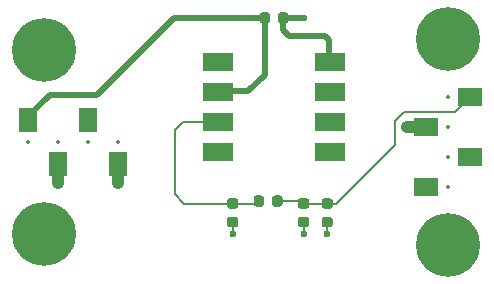
<source format=gtl>
G04 #@! TF.GenerationSoftware,KiCad,Pcbnew,(5.1.9)-1*
G04 #@! TF.CreationDate,2021-04-07T16:03:49-07:00*
G04 #@! TF.ProjectId,pressure_XGZP6897A,70726573-7375-4726-955f-58475a503638,1*
G04 #@! TF.SameCoordinates,Original*
G04 #@! TF.FileFunction,Copper,L1,Top*
G04 #@! TF.FilePolarity,Positive*
%FSLAX45Y45*%
G04 Gerber Fmt 4.5, Leading zero omitted, Abs format (unit mm)*
G04 Created by KiCad (PCBNEW (5.1.9)-1) date 2021-04-07 16:03:49*
%MOMM*%
%LPD*%
G01*
G04 APERTURE LIST*
G04 #@! TA.AperFunction,SMDPad,CuDef*
%ADD10R,2.540000X1.520000*%
G04 #@! TD*
G04 #@! TA.AperFunction,SMDPad,CuDef*
%ADD11R,1.500000X2.100000*%
G04 #@! TD*
G04 #@! TA.AperFunction,SMDPad,CuDef*
%ADD12R,2.100000X1.500000*%
G04 #@! TD*
G04 #@! TA.AperFunction,ComponentPad*
%ADD13C,5.400000*%
G04 #@! TD*
G04 #@! TA.AperFunction,ComponentPad*
%ADD14C,0.800000*%
G04 #@! TD*
G04 #@! TA.AperFunction,ViaPad*
%ADD15C,0.600000*%
G04 #@! TD*
G04 #@! TA.AperFunction,Conductor*
%ADD16C,0.500000*%
G04 #@! TD*
G04 #@! TA.AperFunction,Conductor*
%ADD17C,1.000000*%
G04 #@! TD*
G04 #@! TA.AperFunction,Conductor*
%ADD18C,0.200000*%
G04 #@! TD*
%ADD19C,0.300000*%
%ADD20C,0.350000*%
G04 APERTURE END LIST*
D10*
X2777000Y-569000D03*
X2777000Y-823000D03*
X2777000Y-1077000D03*
X2777000Y-1331000D03*
X1823000Y-1331000D03*
X1823000Y-1077000D03*
X1823000Y-823000D03*
X1823000Y-569000D03*
D11*
X219000Y-1065000D03*
X727000Y-1065000D03*
X473000Y-1435000D03*
X981000Y-1435000D03*
D12*
X3960000Y-869000D03*
X3960000Y-1377000D03*
X3590000Y-1123000D03*
X3590000Y-1631000D03*
D13*
X3775000Y-2125000D03*
D14*
X3977500Y-2125000D03*
X3918189Y-2268189D03*
X3775000Y-2327500D03*
X3631811Y-2268189D03*
X3572500Y-2125000D03*
X3631811Y-1981811D03*
X3775000Y-1922500D03*
X3918189Y-1981811D03*
D13*
X3775000Y-375000D03*
D14*
X3977500Y-375000D03*
X3918189Y-518189D03*
X3775000Y-577500D03*
X3631811Y-518189D03*
X3572500Y-375000D03*
X3631811Y-231811D03*
X3775000Y-172500D03*
X3918189Y-231811D03*
D13*
X350000Y-2025000D03*
D14*
X552500Y-2025000D03*
X493189Y-2168189D03*
X350000Y-2227500D03*
X206811Y-2168189D03*
X147500Y-2025000D03*
X206811Y-1881811D03*
X350000Y-1822500D03*
X493189Y-1881811D03*
D13*
X350000Y-475000D03*
D14*
X552500Y-475000D03*
X493189Y-618189D03*
X350000Y-677500D03*
X206811Y-618189D03*
X147500Y-475000D03*
X206811Y-331811D03*
X350000Y-272500D03*
X493189Y-331811D03*
G04 #@! TA.AperFunction,SMDPad,CuDef*
G36*
G01*
X2575625Y-1815000D02*
X2524375Y-1815000D01*
G75*
G02*
X2502500Y-1793125I0J21875D01*
G01*
X2502500Y-1749375D01*
G75*
G02*
X2524375Y-1727500I21875J0D01*
G01*
X2575625Y-1727500D01*
G75*
G02*
X2597500Y-1749375I0J-21875D01*
G01*
X2597500Y-1793125D01*
G75*
G02*
X2575625Y-1815000I-21875J0D01*
G01*
G37*
G04 #@! TD.AperFunction*
G04 #@! TA.AperFunction,SMDPad,CuDef*
G36*
G01*
X2575625Y-1972500D02*
X2524375Y-1972500D01*
G75*
G02*
X2502500Y-1950625I0J21875D01*
G01*
X2502500Y-1906875D01*
G75*
G02*
X2524375Y-1885000I21875J0D01*
G01*
X2575625Y-1885000D01*
G75*
G02*
X2597500Y-1906875I0J-21875D01*
G01*
X2597500Y-1950625D01*
G75*
G02*
X2575625Y-1972500I-21875J0D01*
G01*
G37*
G04 #@! TD.AperFunction*
G04 #@! TA.AperFunction,SMDPad,CuDef*
G36*
G01*
X2215000Y-1724375D02*
X2215000Y-1775625D01*
G75*
G02*
X2193125Y-1797500I-21875J0D01*
G01*
X2149375Y-1797500D01*
G75*
G02*
X2127500Y-1775625I0J21875D01*
G01*
X2127500Y-1724375D01*
G75*
G02*
X2149375Y-1702500I21875J0D01*
G01*
X2193125Y-1702500D01*
G75*
G02*
X2215000Y-1724375I0J-21875D01*
G01*
G37*
G04 #@! TD.AperFunction*
G04 #@! TA.AperFunction,SMDPad,CuDef*
G36*
G01*
X2372500Y-1724375D02*
X2372500Y-1775625D01*
G75*
G02*
X2350625Y-1797500I-21875J0D01*
G01*
X2306875Y-1797500D01*
G75*
G02*
X2285000Y-1775625I0J21875D01*
G01*
X2285000Y-1724375D01*
G75*
G02*
X2306875Y-1702500I21875J0D01*
G01*
X2350625Y-1702500D01*
G75*
G02*
X2372500Y-1724375I0J-21875D01*
G01*
G37*
G04 #@! TD.AperFunction*
G04 #@! TA.AperFunction,SMDPad,CuDef*
G36*
G01*
X2775625Y-1815000D02*
X2724375Y-1815000D01*
G75*
G02*
X2702500Y-1793125I0J21875D01*
G01*
X2702500Y-1749375D01*
G75*
G02*
X2724375Y-1727500I21875J0D01*
G01*
X2775625Y-1727500D01*
G75*
G02*
X2797500Y-1749375I0J-21875D01*
G01*
X2797500Y-1793125D01*
G75*
G02*
X2775625Y-1815000I-21875J0D01*
G01*
G37*
G04 #@! TD.AperFunction*
G04 #@! TA.AperFunction,SMDPad,CuDef*
G36*
G01*
X2775625Y-1972500D02*
X2724375Y-1972500D01*
G75*
G02*
X2702500Y-1950625I0J21875D01*
G01*
X2702500Y-1906875D01*
G75*
G02*
X2724375Y-1885000I21875J0D01*
G01*
X2775625Y-1885000D01*
G75*
G02*
X2797500Y-1906875I0J-21875D01*
G01*
X2797500Y-1950625D01*
G75*
G02*
X2775625Y-1972500I-21875J0D01*
G01*
G37*
G04 #@! TD.AperFunction*
G04 #@! TA.AperFunction,SMDPad,CuDef*
G36*
G01*
X1975625Y-1815000D02*
X1924375Y-1815000D01*
G75*
G02*
X1902500Y-1793125I0J21875D01*
G01*
X1902500Y-1749375D01*
G75*
G02*
X1924375Y-1727500I21875J0D01*
G01*
X1975625Y-1727500D01*
G75*
G02*
X1997500Y-1749375I0J-21875D01*
G01*
X1997500Y-1793125D01*
G75*
G02*
X1975625Y-1815000I-21875J0D01*
G01*
G37*
G04 #@! TD.AperFunction*
G04 #@! TA.AperFunction,SMDPad,CuDef*
G36*
G01*
X1975625Y-1972500D02*
X1924375Y-1972500D01*
G75*
G02*
X1902500Y-1950625I0J21875D01*
G01*
X1902500Y-1906875D01*
G75*
G02*
X1924375Y-1885000I21875J0D01*
G01*
X1975625Y-1885000D01*
G75*
G02*
X1997500Y-1906875I0J-21875D01*
G01*
X1997500Y-1950625D01*
G75*
G02*
X1975625Y-1972500I-21875J0D01*
G01*
G37*
G04 #@! TD.AperFunction*
G04 #@! TA.AperFunction,SMDPad,CuDef*
G36*
G01*
X2265000Y-174375D02*
X2265000Y-225625D01*
G75*
G02*
X2243125Y-247500I-21875J0D01*
G01*
X2199375Y-247500D01*
G75*
G02*
X2177500Y-225625I0J21875D01*
G01*
X2177500Y-174375D01*
G75*
G02*
X2199375Y-152500I21875J0D01*
G01*
X2243125Y-152500D01*
G75*
G02*
X2265000Y-174375I0J-21875D01*
G01*
G37*
G04 #@! TD.AperFunction*
G04 #@! TA.AperFunction,SMDPad,CuDef*
G36*
G01*
X2422500Y-174375D02*
X2422500Y-225625D01*
G75*
G02*
X2400625Y-247500I-21875J0D01*
G01*
X2356875Y-247500D01*
G75*
G02*
X2335000Y-225625I0J21875D01*
G01*
X2335000Y-174375D01*
G75*
G02*
X2356875Y-152500I21875J0D01*
G01*
X2400625Y-152500D01*
G75*
G02*
X2422500Y-174375I0J-21875D01*
G01*
G37*
G04 #@! TD.AperFunction*
D15*
X2550000Y-200000D03*
X473000Y-1598000D03*
X981000Y-1594000D03*
X3427000Y-1123000D03*
X1950000Y-2025000D03*
X2550000Y-2025000D03*
X2750000Y-2025000D03*
D16*
X219000Y-1065000D02*
X219000Y-1031000D01*
X219000Y-1031000D02*
X400000Y-850000D01*
X400000Y-850000D02*
X800000Y-850000D01*
X2221250Y-200000D02*
X2221250Y-678750D01*
X2221250Y-678750D02*
X2080000Y-820000D01*
X2080000Y-820000D02*
X1820000Y-820000D01*
X900000Y-750000D02*
X1450000Y-200000D01*
X800000Y-850000D02*
X900000Y-750000D01*
X900000Y-750000D02*
X1078750Y-571250D01*
X1450000Y-200000D02*
X2220000Y-200000D01*
D17*
X473000Y-1435000D02*
X473000Y-1598000D01*
X981000Y-1435000D02*
X981000Y-1594000D01*
X3590000Y-1123000D02*
X3427000Y-1123000D01*
D18*
X1950000Y-1928750D02*
X1950000Y-2025000D01*
X2550000Y-1928750D02*
X2550000Y-2025000D01*
X2750000Y-1928750D02*
X2750000Y-2025000D01*
D16*
X2378750Y-200000D02*
X2378750Y-298750D01*
X2378750Y-298750D02*
X2430000Y-350000D01*
X2430000Y-350000D02*
X2730000Y-350000D01*
X2730000Y-350000D02*
X2770000Y-390000D01*
X2770000Y-390000D02*
X2770000Y-560000D01*
X2378750Y-200000D02*
X2550000Y-200000D01*
D18*
X2150000Y-1771250D02*
X2171250Y-1750000D01*
X1950000Y-1771250D02*
X2150000Y-1771250D01*
X1950000Y-1771250D02*
X1541250Y-1771250D01*
X1541250Y-1771250D02*
X1460000Y-1690000D01*
X1460000Y-1690000D02*
X1460000Y-1150000D01*
X1460000Y-1150000D02*
X1530000Y-1080000D01*
X1530000Y-1080000D02*
X1820000Y-1080000D01*
X2528750Y-1750000D02*
X2550000Y-1771250D01*
X2328750Y-1750000D02*
X2528750Y-1750000D01*
X2550000Y-1771250D02*
X2750000Y-1771250D01*
X3829000Y-1000000D02*
X3960000Y-869000D01*
X3400000Y-1000000D02*
X3829000Y-1000000D01*
X3325000Y-1075000D02*
X3400000Y-1000000D01*
X3325000Y-1275000D02*
X3325000Y-1075000D01*
X2828750Y-1771250D02*
X3325000Y-1275000D01*
X2750000Y-1771250D02*
X2828750Y-1771250D01*
D19*
X2550000Y-200000D03*
X473000Y-1598000D03*
X981000Y-1594000D03*
X3427000Y-1123000D03*
X1950000Y-2025000D03*
X2550000Y-2025000D03*
X2750000Y-2025000D03*
D20*
X727000Y-1250000D03*
X473000Y-1250000D03*
X219000Y-1250000D03*
X981000Y-1250000D03*
X3775000Y-1377000D03*
X3775000Y-1123000D03*
X3775000Y-869000D03*
X3775000Y-1631000D03*
X3775000Y-2125000D03*
X3977500Y-2125000D03*
X3918189Y-2268189D03*
X3775000Y-2327500D03*
X3631811Y-2268189D03*
X3572500Y-2125000D03*
X3631811Y-1981811D03*
X3775000Y-1922500D03*
X3918189Y-1981811D03*
X3775000Y-375000D03*
X3977500Y-375000D03*
X3918189Y-518189D03*
X3775000Y-577500D03*
X3631811Y-518189D03*
X3572500Y-375000D03*
X3631811Y-231811D03*
X3775000Y-172500D03*
X3918189Y-231811D03*
X350000Y-2025000D03*
X552500Y-2025000D03*
X493189Y-2168189D03*
X350000Y-2227500D03*
X206811Y-2168189D03*
X147500Y-2025000D03*
X206811Y-1881811D03*
X350000Y-1822500D03*
X493189Y-1881811D03*
X350000Y-475000D03*
X552500Y-475000D03*
X493189Y-618189D03*
X350000Y-677500D03*
X206811Y-618189D03*
X147500Y-475000D03*
X206811Y-331811D03*
X350000Y-272500D03*
X493189Y-331811D03*
M02*

</source>
